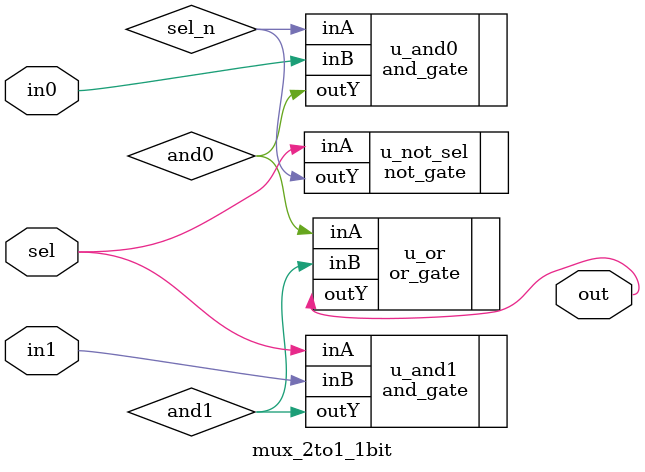
<source format=sv>

module mux_2to1_1bit (
    input  logic in0,   // Input 0
    input  logic in1,   // Input 1  
    input  logic sel,   // Select signal
    output logic out    // Output
);
    // Intermediate signals for clarity
    logic sel_n;        // Inverted select
    logic and0, and1;   // AND gate outputs
    
    // Invert select signal
    not_gate u_not_sel (.inA(sel), .outY(sel_n));
    
    // AND gates for each input path
    and_gate u_and0 (.inA(sel_n), .inB(in0), .outY(and0));
    and_gate u_and1 (.inA(sel), .inB(in1), .outY(and1));
    
    // OR gate to combine paths
    or_gate u_or (.inA(and0), .inB(and1), .outY(out));

endmodule
</source>
